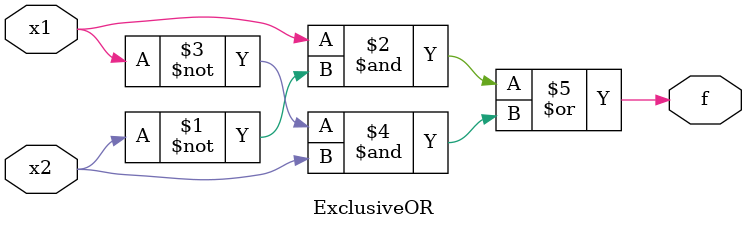
<source format=v>
module ExclusiveOR(x1,x2,f);
input x1,x2;
output f;

assign f = (x1&~x2)|(~x1&x2); 

endmodule
</source>
